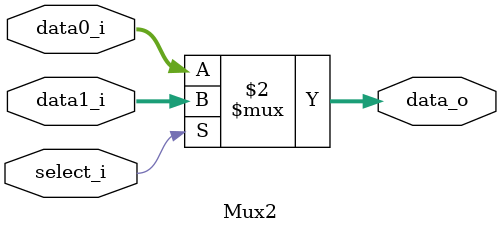
<source format=sv>
`default_nettype none

module Mux2
#(
    parameter DATA_WIDTH = 32
)
(
   input wire  logic select_i,
   input wire  logic [DATA_WIDTH-1:0] data0_i,  // Data input
   input wire  logic [DATA_WIDTH-1:0] data1_i,  // Data input
   output wire logic [DATA_WIDTH-1:0] data_o    // Output
);

assign data_o = (select_i == 1'b0) ? data0_i : data1_i;

endmodule

</source>
